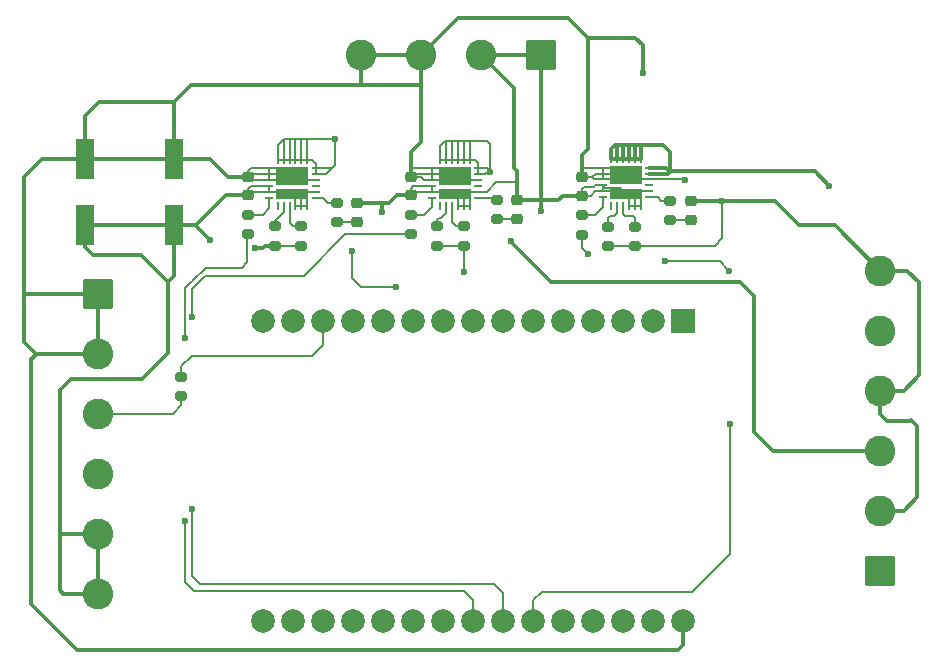
<source format=gbr>
%TF.GenerationSoftware,KiCad,Pcbnew,9.0.6*%
%TF.CreationDate,2025-12-30T05:11:15+05:30*%
%TF.ProjectId,UPS_Switch,5550535f-5377-4697-9463-682e6b696361,rev?*%
%TF.SameCoordinates,Original*%
%TF.FileFunction,Copper,L1,Top*%
%TF.FilePolarity,Positive*%
%FSLAX46Y46*%
G04 Gerber Fmt 4.6, Leading zero omitted, Abs format (unit mm)*
G04 Created by KiCad (PCBNEW 9.0.6) date 2025-12-30 05:11:15*
%MOMM*%
%LPD*%
G01*
G04 APERTURE LIST*
G04 Aperture macros list*
%AMRoundRect*
0 Rectangle with rounded corners*
0 $1 Rounding radius*
0 $2 $3 $4 $5 $6 $7 $8 $9 X,Y pos of 4 corners*
0 Add a 4 corners polygon primitive as box body*
4,1,4,$2,$3,$4,$5,$6,$7,$8,$9,$2,$3,0*
0 Add four circle primitives for the rounded corners*
1,1,$1+$1,$2,$3*
1,1,$1+$1,$4,$5*
1,1,$1+$1,$6,$7*
1,1,$1+$1,$8,$9*
0 Add four rect primitives between the rounded corners*
20,1,$1+$1,$2,$3,$4,$5,0*
20,1,$1+$1,$4,$5,$6,$7,0*
20,1,$1+$1,$6,$7,$8,$9,0*
20,1,$1+$1,$8,$9,$2,$3,0*%
G04 Aperture macros list end*
%TA.AperFunction,ComponentPad*%
%ADD10R,2.000000X2.000000*%
%TD*%
%TA.AperFunction,ComponentPad*%
%ADD11C,2.000000*%
%TD*%
%TA.AperFunction,SMDPad,CuDef*%
%ADD12RoundRect,0.200000X-0.275000X0.200000X-0.275000X-0.200000X0.275000X-0.200000X0.275000X0.200000X0*%
%TD*%
%TA.AperFunction,SMDPad,CuDef*%
%ADD13RoundRect,0.225000X-0.250000X0.225000X-0.250000X-0.225000X0.250000X-0.225000X0.250000X0.225000X0*%
%TD*%
%TA.AperFunction,SMDPad,CuDef*%
%ADD14RoundRect,0.200000X0.275000X-0.200000X0.275000X0.200000X-0.275000X0.200000X-0.275000X-0.200000X0*%
%TD*%
%TA.AperFunction,SMDPad,CuDef*%
%ADD15R,0.787400X0.228600*%
%TD*%
%TA.AperFunction,SMDPad,CuDef*%
%ADD16R,0.228600X0.787400*%
%TD*%
%TA.AperFunction,SMDPad,CuDef*%
%ADD17R,2.794000X1.549400*%
%TD*%
%TA.AperFunction,SMDPad,CuDef*%
%ADD18R,2.794000X0.939800*%
%TD*%
%TA.AperFunction,ComponentPad*%
%ADD19RoundRect,0.250000X1.050000X1.050000X-1.050000X1.050000X-1.050000X-1.050000X1.050000X-1.050000X0*%
%TD*%
%TA.AperFunction,ComponentPad*%
%ADD20C,2.600000*%
%TD*%
%TA.AperFunction,SMDPad,CuDef*%
%ADD21R,1.600000X3.500000*%
%TD*%
%TA.AperFunction,SMDPad,CuDef*%
%ADD22RoundRect,0.218750X-0.256250X0.218750X-0.256250X-0.218750X0.256250X-0.218750X0.256250X0.218750X0*%
%TD*%
%TA.AperFunction,ComponentPad*%
%ADD23RoundRect,0.250000X1.050000X-1.050000X1.050000X1.050000X-1.050000X1.050000X-1.050000X-1.050000X0*%
%TD*%
%TA.AperFunction,ComponentPad*%
%ADD24RoundRect,0.250000X-1.050000X1.050000X-1.050000X-1.050000X1.050000X-1.050000X1.050000X1.050000X0*%
%TD*%
%TA.AperFunction,ViaPad*%
%ADD25C,0.600000*%
%TD*%
%TA.AperFunction,Conductor*%
%ADD26C,0.300000*%
%TD*%
%TA.AperFunction,Conductor*%
%ADD27C,0.200000*%
%TD*%
G04 APERTURE END LIST*
D10*
%TO.P,U1,1,3V3*%
%TO.N,unconnected-(U1-3V3-Pad1)*%
X90475000Y-45882500D03*
D11*
%TO.P,U1,2,GND*%
%TO.N,GND*%
X87935000Y-45882500D03*
%TO.P,U1,3,D15*%
%TO.N,unconnected-(U1-D15-Pad3)*%
X85395000Y-45882500D03*
%TO.P,U1,4,D2*%
%TO.N,unconnected-(U1-D2-Pad4)*%
X82855000Y-45882500D03*
%TO.P,U1,5,D4*%
%TO.N,unconnected-(U1-D4-Pad5)*%
X80315000Y-45882500D03*
%TO.P,U1,6,RX2*%
%TO.N,unconnected-(U1-RX2-Pad6)*%
X77775000Y-45882500D03*
%TO.P,U1,7,TX2*%
%TO.N,unconnected-(U1-TX2-Pad7)*%
X75235000Y-45882500D03*
%TO.P,U1,8,D5*%
%TO.N,unconnected-(U1-D5-Pad8)*%
X72695000Y-45882500D03*
%TO.P,U1,9,D18*%
%TO.N,unconnected-(U1-D18-Pad9)*%
X70155000Y-45882500D03*
%TO.P,U1,10,D19*%
%TO.N,unconnected-(U1-D19-Pad10)*%
X67615000Y-45882500D03*
%TO.P,U1,11,D21*%
%TO.N,unconnected-(U1-D21-Pad11)*%
X65075000Y-45882500D03*
%TO.P,U1,12,RX0*%
%TO.N,unconnected-(U1-RX0-Pad12)*%
X62535000Y-45882500D03*
%TO.P,U1,13,TX0*%
%TO.N,Net-(U1-TX0)*%
X59995000Y-45882500D03*
%TO.P,U1,14,D22*%
%TO.N,unconnected-(U1-D22-Pad14)*%
X57455000Y-45882500D03*
%TO.P,U1,15,D23*%
%TO.N,unconnected-(U1-D23-Pad15)*%
X54915000Y-45882500D03*
%TO.P,U1,30,VIN*%
%TO.N,+5V*%
X90475000Y-71282500D03*
%TO.P,U1,29,GND*%
%TO.N,GND*%
X87935000Y-71282500D03*
%TO.P,U1,28,D13*%
%TO.N,unconnected-(U1-D13-Pad28)*%
X85395000Y-71282500D03*
%TO.P,U1,27,D12*%
%TO.N,unconnected-(U1-D12-Pad27)*%
X82855000Y-71282500D03*
%TO.P,U1,26,D14*%
%TO.N,unconnected-(U1-D14-Pad26)*%
X80315000Y-71282500D03*
%TO.P,U1,25,D27*%
%TO.N,/LED_3_CTRL*%
X77775000Y-71282500D03*
%TO.P,U1,24,D26*%
%TO.N,/LED_2_CTRL*%
X75235000Y-71282500D03*
%TO.P,U1,23,D25*%
%TO.N,/LED_1_CTRL*%
X72695000Y-71282500D03*
%TO.P,U1,22,D33*%
%TO.N,unconnected-(U1-D33-Pad22)*%
X70155000Y-71282500D03*
%TO.P,U1,21,D32*%
%TO.N,unconnected-(U1-D32-Pad21)*%
X67615000Y-71282500D03*
%TO.P,U1,20,D35*%
%TO.N,unconnected-(U1-D35-Pad20)*%
X65075000Y-71282500D03*
%TO.P,U1,19,D34*%
%TO.N,unconnected-(U1-D34-Pad19)*%
X62535000Y-71282500D03*
%TO.P,U1,18,VN*%
%TO.N,unconnected-(U1-VN-Pad18)*%
X59995000Y-71282500D03*
%TO.P,U1,17,VP*%
%TO.N,unconnected-(U1-VP-Pad17)*%
X57455000Y-71282500D03*
%TO.P,U1,16,EN*%
%TO.N,unconnected-(U1-EN-Pad16)*%
X54915000Y-71282500D03*
%TD*%
D12*
%TO.P,R2,1*%
%TO.N,/LED1_ILIM*%
X55900000Y-37872500D03*
%TO.P,R2,2*%
%TO.N,GND*%
X55900000Y-39522500D03*
%TD*%
D13*
%TO.P,C3,1*%
%TO.N,+5V*%
X67400000Y-33672500D03*
%TO.P,C3,2*%
%TO.N,GND*%
X67400000Y-35222500D03*
%TD*%
D12*
%TO.P,R13,1*%
%TO.N,Net-(U1-TX0)*%
X47960000Y-50585000D03*
%TO.P,R13,2*%
%TO.N,/Motor_PWM*%
X47960000Y-52235000D03*
%TD*%
D14*
%TO.P,R9,1*%
%TO.N,Net-(D3-A)*%
X89400000Y-37337500D03*
%TO.P,R9,2*%
%TO.N,/LED3_PG*%
X89400000Y-35687500D03*
%TD*%
%TO.P,R6,1*%
%TO.N,/LED_2_CTRL*%
X67400000Y-38522500D03*
%TO.P,R6,2*%
%TO.N,/LED_2_EN*%
X67400000Y-36872500D03*
%TD*%
D15*
%TO.P,U3,1,IN*%
%TO.N,+5V*%
X69194200Y-32947500D03*
%TO.P,U3,2,IN*%
X69194200Y-33447499D03*
%TO.P,U3,3,IN*%
X69194200Y-33947500D03*
%TO.P,U3,4,GND*%
%TO.N,GND*%
X69194200Y-34447500D03*
%TO.P,U3,5,GND*%
X69194200Y-34947501D03*
%TO.P,U3,6,EN/UVLO*%
%TO.N,/LED_2_EN*%
X69194200Y-35447500D03*
D16*
%TO.P,U3,7,ITIMER*%
%TO.N,unconnected-(U3-ITIMER-Pad7)*%
X69900000Y-36153300D03*
%TO.P,U3,8,ILIM*%
%TO.N,/LED2_ILIM*%
X70399999Y-36153300D03*
%TO.P,U3,9,IMON*%
%TO.N,/LED2_IMON*%
X70900000Y-36153300D03*
%TO.P,U3,10,RETRY_DLY*%
%TO.N,GND*%
X71400000Y-36153300D03*
%TO.P,U3,11,NRETRY*%
X71900001Y-36153300D03*
%TO.P,U3,12,LDSTRT*%
X72400000Y-36153300D03*
D15*
%TO.P,U3,13,PG*%
%TO.N,/LED2_PG*%
X73105800Y-35447500D03*
%TO.P,U3,14,GND*%
%TO.N,GND*%
X73105800Y-34947501D03*
%TO.P,U3,15,DVDT*%
%TO.N,unconnected-(U3-DVDT-Pad15)*%
X73105800Y-34447500D03*
%TO.P,U3,16,IN*%
%TO.N,+5V*%
X73105800Y-33947500D03*
%TO.P,U3,17,OUT*%
%TO.N,/LED_2_VOUT*%
X73105800Y-33447499D03*
%TO.P,U3,18,OUT*%
X73105800Y-32947500D03*
D16*
%TO.P,U3,19,OUT*%
X72400000Y-32241700D03*
%TO.P,U3,20,OUT*%
X71900001Y-32241700D03*
%TO.P,U3,21,OUT*%
X71400000Y-32241700D03*
%TO.P,U3,22,OUT*%
X70900000Y-32241700D03*
%TO.P,U3,23,OUT*%
X70399999Y-32241700D03*
%TO.P,U3,24,OUT*%
X69900000Y-32241700D03*
D17*
%TO.P,U3,25,EPAD*%
%TO.N,+5V*%
X71150000Y-33572500D03*
D18*
%TO.P,U3,26,EPAD*%
%TO.N,GND*%
X71150000Y-35147500D03*
%TD*%
D12*
%TO.P,R3,1*%
%TO.N,/LED1_IMON*%
X58150000Y-37872500D03*
%TO.P,R3,2*%
%TO.N,GND*%
X58150000Y-39522500D03*
%TD*%
D19*
%TO.P,J1,1,Pin_1*%
%TO.N,GND*%
X78415000Y-23357500D03*
D20*
%TO.P,J1,2,Pin_2*%
X73335000Y-23357500D03*
%TO.P,J1,3,Pin_3*%
%TO.N,+5V*%
X68255000Y-23357500D03*
%TO.P,J1,4,Pin_4*%
X63175000Y-23357500D03*
%TD*%
D12*
%TO.P,R7,1*%
%TO.N,/LED2_ILIM*%
X69650000Y-37872500D03*
%TO.P,R7,2*%
%TO.N,GND*%
X69650000Y-39522500D03*
%TD*%
D13*
%TO.P,C4,1*%
%TO.N,+5V*%
X81900000Y-33710000D03*
%TO.P,C4,2*%
%TO.N,GND*%
X81900000Y-35260000D03*
%TD*%
D14*
%TO.P,R10,1*%
%TO.N,/LED_3_CTRL*%
X81900000Y-38560000D03*
%TO.P,R10,2*%
%TO.N,/LED_3_EN*%
X81900000Y-36910000D03*
%TD*%
D12*
%TO.P,R11,1*%
%TO.N,/LED3_ILIM*%
X84150000Y-37910000D03*
%TO.P,R11,2*%
%TO.N,GND*%
X84150000Y-39560000D03*
%TD*%
D21*
%TO.P,C2,1*%
%TO.N,+5V*%
X47385000Y-32157500D03*
%TO.P,C2,2*%
%TO.N,GND*%
X47385000Y-37757500D03*
%TD*%
D14*
%TO.P,R1,1*%
%TO.N,/LED_1_CTRL*%
X53650000Y-38522500D03*
%TO.P,R1,2*%
%TO.N,/LED_1_EN*%
X53650000Y-36872500D03*
%TD*%
D22*
%TO.P,D3,1,K*%
%TO.N,GND*%
X91150000Y-35725000D03*
%TO.P,D3,2,A*%
%TO.N,Net-(D3-A)*%
X91150000Y-37300000D03*
%TD*%
D14*
%TO.P,R5,1*%
%TO.N,Net-(D2-A)*%
X74725000Y-37272500D03*
%TO.P,R5,2*%
%TO.N,/LED2_PG*%
X74725000Y-35622500D03*
%TD*%
D21*
%TO.P,C5,1*%
%TO.N,+5V*%
X39815000Y-32157500D03*
%TO.P,C5,2*%
%TO.N,GND*%
X39815000Y-37757500D03*
%TD*%
D23*
%TO.P,J4,1,Pin_1*%
%TO.N,/LED_1_VOUT*%
X107160000Y-67010000D03*
D20*
%TO.P,J4,2,Pin_2*%
%TO.N,GND*%
X107160000Y-61930000D03*
%TO.P,J4,3,Pin_3*%
%TO.N,/LED_2_VOUT*%
X107160000Y-56850000D03*
%TO.P,J4,4,Pin_4*%
%TO.N,GND*%
X107160000Y-51770000D03*
%TO.P,J4,5,Pin_5*%
%TO.N,/LED_3_VOUT*%
X107160000Y-46690000D03*
%TO.P,J4,6,Pin_6*%
%TO.N,GND*%
X107160000Y-41610000D03*
%TD*%
D22*
%TO.P,D2,1,K*%
%TO.N,GND*%
X76400000Y-35660000D03*
%TO.P,D2,2,A*%
%TO.N,Net-(D2-A)*%
X76400000Y-37235000D03*
%TD*%
D15*
%TO.P,U2,1,IN*%
%TO.N,+5V*%
X55444200Y-32947500D03*
%TO.P,U2,2,IN*%
X55444200Y-33447499D03*
%TO.P,U2,3,IN*%
X55444200Y-33947500D03*
%TO.P,U2,4,GND*%
%TO.N,GND*%
X55444200Y-34447500D03*
%TO.P,U2,5,GND*%
X55444200Y-34947501D03*
%TO.P,U2,6,EN/UVLO*%
%TO.N,/LED_1_EN*%
X55444200Y-35447500D03*
D16*
%TO.P,U2,7,ITIMER*%
%TO.N,unconnected-(U2-ITIMER-Pad7)*%
X56150000Y-36153300D03*
%TO.P,U2,8,ILIM*%
%TO.N,/LED1_ILIM*%
X56649999Y-36153300D03*
%TO.P,U2,9,IMON*%
%TO.N,/LED1_IMON*%
X57150000Y-36153300D03*
%TO.P,U2,10,RETRY_DLY*%
%TO.N,GND*%
X57650000Y-36153300D03*
%TO.P,U2,11,NRETRY*%
X58150001Y-36153300D03*
%TO.P,U2,12,LDSTRT*%
X58650000Y-36153300D03*
D15*
%TO.P,U2,13,PG*%
%TO.N,/LED1_PG*%
X59355800Y-35447500D03*
%TO.P,U2,14,GND*%
%TO.N,GND*%
X59355800Y-34947501D03*
%TO.P,U2,15,DVDT*%
%TO.N,unconnected-(U2-DVDT-Pad15)*%
X59355800Y-34447500D03*
%TO.P,U2,16,IN*%
%TO.N,+5V*%
X59355800Y-33947500D03*
%TO.P,U2,17,OUT*%
%TO.N,/LED_1_VOUT*%
X59355800Y-33447499D03*
%TO.P,U2,18,OUT*%
X59355800Y-32947500D03*
D16*
%TO.P,U2,19,OUT*%
X58650000Y-32241700D03*
%TO.P,U2,20,OUT*%
X58150001Y-32241700D03*
%TO.P,U2,21,OUT*%
X57650000Y-32241700D03*
%TO.P,U2,22,OUT*%
X57150000Y-32241700D03*
%TO.P,U2,23,OUT*%
X56649999Y-32241700D03*
%TO.P,U2,24,OUT*%
X56150000Y-32241700D03*
D17*
%TO.P,U2,25,EPAD*%
%TO.N,+5V*%
X57400000Y-33572500D03*
D18*
%TO.P,U2,26,EPAD*%
%TO.N,GND*%
X57400000Y-35147500D03*
%TD*%
D12*
%TO.P,R12,1*%
%TO.N,/LED3_IMON*%
X86400000Y-37910000D03*
%TO.P,R12,2*%
%TO.N,GND*%
X86400000Y-39560000D03*
%TD*%
D13*
%TO.P,C1,1*%
%TO.N,+5V*%
X53650000Y-33672500D03*
%TO.P,C1,2*%
%TO.N,GND*%
X53650000Y-35222500D03*
%TD*%
D24*
%TO.P,J3,1,Pin_1*%
%TO.N,+5V*%
X40940000Y-43560000D03*
D20*
%TO.P,J3,2,Pin_2*%
X40940000Y-48640000D03*
%TO.P,J3,3,Pin_3*%
%TO.N,/Motor_PWM*%
X40940000Y-53720000D03*
%TO.P,J3,4,Pin_4*%
%TO.N,unconnected-(J3-Pin_4-Pad4)*%
X40940000Y-58800000D03*
%TO.P,J3,5,Pin_5*%
%TO.N,GND*%
X40940000Y-63880000D03*
%TO.P,J3,6,Pin_6*%
X40940000Y-68960000D03*
%TD*%
D15*
%TO.P,U4,1,IN*%
%TO.N,+5V*%
X83694200Y-32897500D03*
%TO.P,U4,2,IN*%
X83694200Y-33397499D03*
%TO.P,U4,3,IN*%
X83694200Y-33897500D03*
%TO.P,U4,4,GND*%
%TO.N,GND*%
X83694200Y-34397500D03*
%TO.P,U4,5,GND*%
X83694200Y-34897501D03*
%TO.P,U4,6,EN/UVLO*%
%TO.N,/LED_3_EN*%
X83694200Y-35397500D03*
D16*
%TO.P,U4,7,ITIMER*%
%TO.N,unconnected-(U4-ITIMER-Pad7)*%
X84400000Y-36103300D03*
%TO.P,U4,8,ILIM*%
%TO.N,/LED3_ILIM*%
X84899999Y-36103300D03*
%TO.P,U4,9,IMON*%
%TO.N,/LED3_IMON*%
X85400000Y-36103300D03*
%TO.P,U4,10,RETRY_DLY*%
%TO.N,GND*%
X85900000Y-36103300D03*
%TO.P,U4,11,NRETRY*%
X86400001Y-36103300D03*
%TO.P,U4,12,LDSTRT*%
X86900000Y-36103300D03*
D15*
%TO.P,U4,13,PG*%
%TO.N,/LED3_PG*%
X87605800Y-35397500D03*
%TO.P,U4,14,GND*%
%TO.N,GND*%
X87605800Y-34897501D03*
%TO.P,U4,15,DVDT*%
%TO.N,unconnected-(U4-DVDT-Pad15)*%
X87605800Y-34397500D03*
%TO.P,U4,16,IN*%
%TO.N,+5V*%
X87605800Y-33897500D03*
%TO.P,U4,17,OUT*%
%TO.N,/LED_3_VOUT*%
X87605800Y-33397499D03*
%TO.P,U4,18,OUT*%
X87605800Y-32897500D03*
D16*
%TO.P,U4,19,OUT*%
X86900000Y-32191700D03*
%TO.P,U4,20,OUT*%
X86400001Y-32191700D03*
%TO.P,U4,21,OUT*%
X85900000Y-32191700D03*
%TO.P,U4,22,OUT*%
X85400000Y-32191700D03*
%TO.P,U4,23,OUT*%
X84899999Y-32191700D03*
%TO.P,U4,24,OUT*%
X84400000Y-32191700D03*
D17*
%TO.P,U4,25,EPAD*%
%TO.N,+5V*%
X85650000Y-33522500D03*
D18*
%TO.P,U4,26,EPAD*%
%TO.N,GND*%
X85650000Y-35097500D03*
%TD*%
D14*
%TO.P,R4,1*%
%TO.N,Net-(D1-A)*%
X61150000Y-37522500D03*
%TO.P,R4,2*%
%TO.N,/LED1_PG*%
X61150000Y-35872500D03*
%TD*%
D22*
%TO.P,D1,1,K*%
%TO.N,GND*%
X62890000Y-35925000D03*
%TO.P,D1,2,A*%
%TO.N,Net-(D1-A)*%
X62890000Y-37500000D03*
%TD*%
D12*
%TO.P,R8,1*%
%TO.N,/LED2_IMON*%
X71900000Y-37872500D03*
%TO.P,R8,2*%
%TO.N,GND*%
X71900000Y-39522500D03*
%TD*%
D25*
%TO.N,+5V*%
X90610000Y-33900000D03*
X87050000Y-24850000D03*
%TO.N,/LED_3_CTRL*%
X94435000Y-54560000D03*
X88910000Y-40785000D03*
X82460000Y-40235000D03*
X94385000Y-41610000D03*
%TO.N,/LED_2_CTRL*%
X48885000Y-61785000D03*
X48885000Y-45560000D03*
%TO.N,/LED_1_CTRL*%
X48285000Y-62785000D03*
X48285000Y-47310000D03*
%TO.N,GND*%
X64975000Y-36627500D03*
X71900000Y-41727500D03*
X93805000Y-35727500D03*
X50405000Y-39007500D03*
X78405000Y-36527500D03*
X54225000Y-39657500D03*
%TO.N,/LED_3_VOUT*%
X102840000Y-34460000D03*
%TO.N,/LED_2_VOUT*%
X75890000Y-39100000D03*
X74130000Y-33222500D03*
%TO.N,/LED_1_VOUT*%
X66140000Y-43040000D03*
X62400000Y-39940000D03*
X61030000Y-30500000D03*
%TD*%
D26*
%TO.N,/LED_3_VOUT*%
X85400000Y-31010000D02*
X84900000Y-31010000D01*
X84899999Y-32191700D02*
X84900000Y-31010000D01*
X85900000Y-31010000D02*
X85400000Y-31010000D01*
X85400000Y-32191700D02*
X85400000Y-31010000D01*
X86400000Y-31010000D02*
X85900000Y-31010000D01*
X85900000Y-32191700D02*
X85900000Y-31010000D01*
X86900000Y-31010000D02*
X86400000Y-31010000D01*
X86400001Y-32191700D02*
X86400000Y-31010000D01*
X88780000Y-31010000D02*
X86900000Y-31010000D01*
X86900000Y-32191700D02*
X86900000Y-31010000D01*
X86400001Y-32191700D02*
X86900000Y-32191700D01*
X85900000Y-32191700D02*
X86400001Y-32191700D01*
X85400000Y-32191700D02*
X85900000Y-32191700D01*
X84899999Y-32191700D02*
X85400000Y-32191700D01*
X84400000Y-32191700D02*
X84899999Y-32191700D01*
X89340000Y-33220000D02*
X89340000Y-31570000D01*
X84400000Y-31330000D02*
X84400000Y-32191700D01*
X89340000Y-31570000D02*
X88780000Y-31010000D01*
X84900000Y-31010000D02*
X84720000Y-31010000D01*
X84720000Y-31010000D02*
X84400000Y-31330000D01*
X89340000Y-33220000D02*
X89017500Y-32897500D01*
X89017500Y-32897500D02*
X87605800Y-32897500D01*
X89340000Y-33220000D02*
X89162501Y-33397499D01*
X89162501Y-33397499D02*
X87605800Y-33397499D01*
D27*
%TO.N,+5V*%
X90610000Y-33900000D02*
X90607500Y-33897500D01*
X90607500Y-33897500D02*
X87605800Y-33897500D01*
D26*
X86427500Y-21907500D02*
X87050000Y-22530000D01*
X87050000Y-22530000D02*
X87050000Y-24850000D01*
X82445000Y-21907500D02*
X86427500Y-21907500D01*
D27*
%TO.N,/LED_3_CTRL*%
X81900000Y-39675000D02*
X82460000Y-40235000D01*
X81900000Y-38560000D02*
X81900000Y-39675000D01*
X93560000Y-40785000D02*
X94385000Y-41610000D01*
X88910000Y-40785000D02*
X93560000Y-40785000D01*
X94435000Y-54560000D02*
X94435000Y-65585000D01*
X94435000Y-65585000D02*
X91235000Y-68785000D01*
X91235000Y-68785000D02*
X78510000Y-68785000D01*
X78510000Y-68785000D02*
X77775000Y-69520000D01*
X77775000Y-69520000D02*
X77775000Y-71282500D01*
%TO.N,/LED_2_CTRL*%
X75235000Y-71282500D02*
X75235000Y-68885000D01*
X75235000Y-68885000D02*
X74485000Y-68135000D01*
X49560000Y-68135000D02*
X48885000Y-67460000D01*
X74485000Y-68135000D02*
X49560000Y-68135000D01*
X48885000Y-67460000D02*
X48885000Y-61785000D01*
X48885000Y-45560000D02*
X48885000Y-43135000D01*
X48885000Y-43135000D02*
X49985000Y-42035000D01*
X61872500Y-38522500D02*
X58360000Y-42035000D01*
X67400000Y-38522500D02*
X61872500Y-38522500D01*
X58360000Y-42035000D02*
X49985000Y-42035000D01*
X48835000Y-45560000D02*
X48885000Y-45560000D01*
%TO.N,/LED_1_CTRL*%
X48285000Y-62785000D02*
X48285000Y-67935000D01*
X48285000Y-67935000D02*
X49085000Y-68735000D01*
X49085000Y-68735000D02*
X71960000Y-68735000D01*
X71960000Y-68735000D02*
X72695000Y-69470000D01*
X72695000Y-69470000D02*
X72695000Y-71282500D01*
X48285000Y-43110000D02*
X48285000Y-47310000D01*
X48910000Y-42485000D02*
X48285000Y-43110000D01*
X53085000Y-41360000D02*
X52835000Y-41360000D01*
X50035000Y-41360000D02*
X48910000Y-42485000D01*
X53535000Y-40910000D02*
X53085000Y-41360000D01*
X53650000Y-38522500D02*
X53535000Y-38637500D01*
X53535000Y-38637500D02*
X53535000Y-40910000D01*
X52835000Y-41360000D02*
X50035000Y-41360000D01*
D26*
%TO.N,+5V*%
X40940000Y-48640000D02*
X35755000Y-48640000D01*
X35755000Y-48640000D02*
X35260000Y-49135000D01*
X35260000Y-49135000D02*
X35260000Y-69860000D01*
X35260000Y-69860000D02*
X39160000Y-73760000D01*
X39160000Y-73760000D02*
X90010000Y-73760000D01*
X90010000Y-73760000D02*
X90475000Y-73295000D01*
X90475000Y-73295000D02*
X90475000Y-71282500D01*
D27*
%TO.N,Net-(U1-TX0)*%
X47960000Y-50585000D02*
X47960000Y-49710000D01*
X47960000Y-49710000D02*
X48860000Y-48810000D01*
X48860000Y-48810000D02*
X59060000Y-48810000D01*
X59060000Y-48810000D02*
X59995000Y-47875000D01*
X59995000Y-47875000D02*
X59995000Y-45882500D01*
%TO.N,/Motor_PWM*%
X47960000Y-52235000D02*
X47960000Y-53010000D01*
X47960000Y-53010000D02*
X47250000Y-53720000D01*
X47250000Y-53720000D02*
X40940000Y-53720000D01*
D26*
%TO.N,/LED_2_VOUT*%
X96500000Y-43770000D02*
X96500000Y-55300000D01*
X95310000Y-42580000D02*
X96500000Y-43770000D01*
D27*
%TO.N,/LED_1_VOUT*%
X107100000Y-67070000D02*
X107160000Y-67010000D01*
D26*
%TO.N,GND*%
X100260000Y-37740000D02*
X103290000Y-37740000D01*
%TO.N,/LED_2_VOUT*%
X107100000Y-56910000D02*
X107160000Y-56850000D01*
X75890000Y-39100000D02*
X75890000Y-39150000D01*
X75890000Y-39150000D02*
X79320000Y-42580000D01*
X79320000Y-42580000D02*
X95310000Y-42580000D01*
X96500000Y-55300000D02*
X98110000Y-56910000D01*
X98110000Y-56910000D02*
X107100000Y-56910000D01*
%TO.N,GND*%
X93805000Y-35727500D02*
X98247500Y-35727500D01*
X98247500Y-35727500D02*
X100260000Y-37740000D01*
X103290000Y-37740000D02*
X107160000Y-41610000D01*
D27*
%TO.N,+5V*%
X83694200Y-32897500D02*
X83694200Y-33397499D01*
X85025000Y-32897500D02*
X85650000Y-33522500D01*
X57260000Y-33432500D02*
X55459199Y-33432500D01*
X53895000Y-32947500D02*
X53650000Y-33192500D01*
X68240000Y-33672500D02*
X68515000Y-33947500D01*
X83694200Y-33397499D02*
X85524999Y-33397499D01*
X53875001Y-33447499D02*
X53650000Y-33672500D01*
D26*
X36185000Y-32157500D02*
X39815000Y-32157500D01*
X40940000Y-48640000D02*
X35722500Y-48640000D01*
X68252500Y-25937500D02*
X68255000Y-25940000D01*
D27*
X57775000Y-33947500D02*
X57400000Y-33572500D01*
D26*
X67400000Y-32947500D02*
X67400000Y-31562500D01*
X34702500Y-47620000D02*
X34702500Y-43560000D01*
D27*
X69194200Y-33947500D02*
X69194200Y-33447499D01*
D26*
X81900000Y-33710000D02*
X81900000Y-32897500D01*
D27*
X68515000Y-33947500D02*
X69194200Y-33947500D01*
D26*
X41015000Y-27337500D02*
X47385000Y-27337500D01*
D27*
X67400000Y-33672500D02*
X68240000Y-33672500D01*
X71525000Y-33947500D02*
X71150000Y-33572500D01*
X55444200Y-32947500D02*
X53895000Y-32947500D01*
D26*
X81900000Y-31852500D02*
X82445000Y-31307500D01*
X47385000Y-27337500D02*
X48785000Y-25937500D01*
D27*
X85275000Y-33897500D02*
X85650000Y-33522500D01*
D26*
X39815000Y-32157500D02*
X47385000Y-32157500D01*
D27*
X71150000Y-33572500D02*
X71150000Y-33182500D01*
D26*
X35722500Y-48640000D02*
X34702500Y-47620000D01*
D27*
X82777500Y-33710000D02*
X82965000Y-33897500D01*
X87605800Y-33897500D02*
X86025000Y-33897500D01*
X71150000Y-33572500D02*
X70250000Y-33572500D01*
X71150000Y-33182500D02*
X70915000Y-32947500D01*
X69194200Y-33447499D02*
X69194200Y-32947500D01*
D26*
X68255000Y-30707500D02*
X68255000Y-25940000D01*
D27*
X53650000Y-33192500D02*
X53650000Y-33672500D01*
X55444200Y-33947500D02*
X55444200Y-33447499D01*
X73105800Y-33947500D02*
X71525000Y-33947500D01*
X70510000Y-33572500D02*
X70135000Y-33947500D01*
X55444200Y-33447499D02*
X55444200Y-32947500D01*
D26*
X47385000Y-32157500D02*
X50425000Y-32157500D01*
D27*
X67400000Y-33132500D02*
X67400000Y-33672500D01*
D26*
X81900000Y-32897500D02*
X81900000Y-31852500D01*
X63175000Y-25937500D02*
X68252500Y-25937500D01*
D27*
X70135000Y-33947500D02*
X69194200Y-33947500D01*
D26*
X47385000Y-32157500D02*
X47385000Y-27337500D01*
X63175000Y-23357500D02*
X63175000Y-25937500D01*
D27*
X85524999Y-33397499D02*
X85650000Y-33522500D01*
X83694200Y-33897500D02*
X85275000Y-33897500D01*
D26*
X71425000Y-20187500D02*
X68255000Y-23357500D01*
X40940000Y-43560000D02*
X34702500Y-43560000D01*
D27*
X83694200Y-33397499D02*
X83090001Y-33397499D01*
D26*
X80725000Y-20187500D02*
X71425000Y-20187500D01*
X39815000Y-28537500D02*
X41015000Y-27337500D01*
D27*
X55444200Y-33947500D02*
X53925000Y-33947500D01*
X69194200Y-33447499D02*
X67625001Y-33447499D01*
X83694200Y-33397499D02*
X83694200Y-33897500D01*
X81900000Y-33710000D02*
X81900000Y-33052500D01*
X70250000Y-33572500D02*
X70124999Y-33447499D01*
D26*
X68255000Y-25940000D02*
X68255000Y-23357500D01*
D27*
X81900000Y-33710000D02*
X82777500Y-33710000D01*
D26*
X39815000Y-32157500D02*
X39815000Y-28537500D01*
X63175000Y-23357500D02*
X68255000Y-23357500D01*
X34687500Y-44857500D02*
X34687500Y-33655000D01*
D27*
X70915000Y-32947500D02*
X69194200Y-32947500D01*
X71150000Y-33572500D02*
X70510000Y-33572500D01*
D26*
X82445000Y-21907500D02*
X82445000Y-31307500D01*
D27*
X55459199Y-33432500D02*
X55444200Y-33447499D01*
X69194200Y-32947500D02*
X67400000Y-32947500D01*
X67625001Y-33447499D02*
X67400000Y-33672500D01*
X83694200Y-32897500D02*
X81900000Y-32897500D01*
D26*
X67400000Y-32947500D02*
X67400000Y-33672500D01*
X34687500Y-33655000D02*
X36185000Y-32157500D01*
X50425000Y-32157500D02*
X51940000Y-33672500D01*
D27*
X70124999Y-33447499D02*
X69194200Y-33447499D01*
X86025000Y-33897500D02*
X85650000Y-33522500D01*
X57025000Y-33947500D02*
X57400000Y-33572500D01*
X55444200Y-33447499D02*
X53875001Y-33447499D01*
D26*
X51940000Y-33672500D02*
X53650000Y-33672500D01*
D27*
X83694200Y-32897500D02*
X85025000Y-32897500D01*
X57400000Y-33572500D02*
X57260000Y-33432500D01*
X53925000Y-33947500D02*
X53650000Y-33672500D01*
D26*
X48785000Y-25937500D02*
X63175000Y-25937500D01*
X40940000Y-48640000D02*
X40940000Y-43560000D01*
D27*
X55444200Y-32947500D02*
X56775000Y-32947500D01*
X82965000Y-33897500D02*
X83694200Y-33897500D01*
D26*
X82445000Y-21907500D02*
X80725000Y-20187500D01*
D27*
X59355800Y-33947500D02*
X57775000Y-33947500D01*
X83090001Y-33397499D02*
X82777500Y-33710000D01*
X55444200Y-33947500D02*
X57025000Y-33947500D01*
D26*
X67400000Y-31562500D02*
X68255000Y-30707500D01*
D27*
X56775000Y-32947500D02*
X57400000Y-33572500D01*
D26*
%TO.N,GND*%
X110460000Y-42610000D02*
X110460000Y-50470000D01*
X66260000Y-35222500D02*
X67400000Y-35222500D01*
D27*
X53924999Y-34947501D02*
X53650000Y-35222500D01*
X69194200Y-34447500D02*
X67625000Y-34447500D01*
D26*
X44550000Y-40300000D02*
X40500000Y-40300000D01*
D27*
X57925000Y-35147500D02*
X58180000Y-35402500D01*
X55444200Y-34947501D02*
X55444200Y-34447500D01*
D26*
X73335000Y-23357500D02*
X76145000Y-26167500D01*
D27*
X57400000Y-35147500D02*
X57925000Y-35147500D01*
D26*
X46862500Y-42612500D02*
X46847500Y-42597500D01*
X107700000Y-54320000D02*
X109770000Y-54320000D01*
D27*
X71900000Y-39522500D02*
X71900000Y-41727500D01*
D26*
X46862500Y-48550000D02*
X46862500Y-42612500D01*
X46847500Y-42597500D02*
X44550000Y-40300000D01*
D27*
X82120000Y-34522500D02*
X81900000Y-34742500D01*
D26*
X109770000Y-54320000D02*
X109800000Y-54290000D01*
X107160000Y-51770000D02*
X107160000Y-53780000D01*
D27*
X83694200Y-34397500D02*
X83894900Y-34598200D01*
D26*
X54225000Y-39657500D02*
X54935000Y-39657500D01*
D27*
X83694200Y-34397500D02*
X83015000Y-34397500D01*
X85900000Y-35347500D02*
X85650000Y-35097500D01*
D26*
X78405000Y-35637500D02*
X78415000Y-35627500D01*
X37982500Y-68960000D02*
X37702500Y-68680000D01*
X79872500Y-35660000D02*
X80272500Y-35260000D01*
D27*
X58650000Y-36153300D02*
X58150001Y-36153300D01*
X71150000Y-35147500D02*
X72125000Y-35147500D01*
D26*
X109800000Y-54290000D02*
X110310000Y-54800000D01*
D27*
X85900000Y-36103300D02*
X86400001Y-36103300D01*
X85150700Y-34598200D02*
X85650000Y-35097500D01*
X58150001Y-35432499D02*
X58150001Y-36153300D01*
X71150000Y-35147500D02*
X71635000Y-35147500D01*
X53650000Y-34672500D02*
X53650000Y-35222500D01*
D26*
X78405000Y-35660000D02*
X78405000Y-35637500D01*
X38612500Y-50760000D02*
X44652500Y-50760000D01*
D27*
X71900000Y-35412500D02*
X71900001Y-36153300D01*
D26*
X37702500Y-68680000D02*
X37702500Y-63880000D01*
X37682500Y-51690000D02*
X38612500Y-50760000D01*
D27*
X58150001Y-36153300D02*
X57650000Y-36153300D01*
D26*
X110460000Y-50470000D02*
X109160000Y-51770000D01*
D27*
X71150000Y-35147500D02*
X70950001Y-34947501D01*
X73105800Y-34947501D02*
X71349999Y-34947501D01*
D26*
X91152500Y-35727500D02*
X91150000Y-35725000D01*
X54935000Y-39657500D02*
X55070000Y-39522500D01*
X49155000Y-37757500D02*
X50405000Y-39007500D01*
D27*
X85900000Y-36103300D02*
X85900000Y-35347500D01*
D26*
X93805000Y-35727500D02*
X91152500Y-35727500D01*
X51770000Y-35222500D02*
X53650000Y-35222500D01*
D27*
X71400000Y-36153300D02*
X71900001Y-36153300D01*
D26*
X109160000Y-51770000D02*
X107160000Y-51770000D01*
D27*
X57200001Y-34947501D02*
X57400000Y-35147500D01*
X57650000Y-36153300D02*
X57650000Y-35397500D01*
X71265000Y-35147500D02*
X71400000Y-35282500D01*
X59355800Y-34947501D02*
X58535001Y-34947501D01*
X58535001Y-34947501D02*
X58510000Y-34922500D01*
X85450001Y-34897501D02*
X85650000Y-35097500D01*
D26*
X109150000Y-61930000D02*
X107160000Y-61930000D01*
D27*
X84150000Y-39560000D02*
X86400000Y-39560000D01*
D26*
X64975000Y-36627500D02*
X64975000Y-35925000D01*
X47385000Y-37757500D02*
X47385000Y-42060000D01*
X78415000Y-23357500D02*
X78415000Y-35627500D01*
D27*
X58180000Y-35402500D02*
X58150001Y-35432499D01*
X86400000Y-39560000D02*
X93130000Y-39560000D01*
X83694200Y-34897501D02*
X83694200Y-34397500D01*
X85849999Y-34897501D02*
X85650000Y-35097500D01*
X69650000Y-39522500D02*
X71900000Y-39522500D01*
X86190000Y-35222500D02*
X86400001Y-35432501D01*
X70950001Y-34947501D02*
X69194200Y-34947501D01*
D26*
X64975000Y-35925000D02*
X62890000Y-35925000D01*
X65557500Y-35925000D02*
X66260000Y-35222500D01*
D27*
X83014999Y-34897501D02*
X82652500Y-35260000D01*
D26*
X47385000Y-37757500D02*
X39815000Y-37757500D01*
X47385000Y-37757500D02*
X49235000Y-37757500D01*
X49235000Y-37757500D02*
X51770000Y-35222500D01*
X110310000Y-54800000D02*
X110310000Y-60770000D01*
X47385000Y-42060000D02*
X46847500Y-42597500D01*
D27*
X58650000Y-35322500D02*
X58650000Y-36153300D01*
D26*
X40940000Y-63880000D02*
X40940000Y-68960000D01*
X76145000Y-32937500D02*
X76400000Y-33192500D01*
X55070000Y-39522500D02*
X55900000Y-39522500D01*
D27*
X85650000Y-35097500D02*
X85775000Y-35222500D01*
X69194200Y-34447500D02*
X69194200Y-34947501D01*
X82652500Y-35260000D02*
X81900000Y-35260000D01*
X67400000Y-34672500D02*
X67400000Y-35222500D01*
D26*
X40940000Y-68960000D02*
X37982500Y-68960000D01*
D27*
X83694200Y-34897501D02*
X85450001Y-34897501D01*
X81900000Y-34742500D02*
X81900000Y-35260000D01*
D26*
X107160000Y-53780000D02*
X107700000Y-54320000D01*
X76400000Y-34147500D02*
X76400000Y-35660000D01*
D27*
X84394200Y-35097500D02*
X85650000Y-35097500D01*
D26*
X76400000Y-33192500D02*
X76400000Y-34147500D01*
D27*
X87605800Y-34897501D02*
X85849999Y-34897501D01*
X58475000Y-35147500D02*
X58650000Y-35322500D01*
X57650000Y-35397500D02*
X57400000Y-35147500D01*
X93130000Y-39560000D02*
X93805000Y-38885000D01*
D26*
X39815000Y-39615000D02*
X39815000Y-37757500D01*
X78405000Y-36527500D02*
X78405000Y-35660000D01*
D27*
X83894900Y-34598200D02*
X85150700Y-34598200D01*
X73105800Y-34947501D02*
X73854999Y-34947501D01*
X83015000Y-34397500D02*
X82890000Y-34522500D01*
D26*
X47385000Y-37757500D02*
X49155000Y-37757500D01*
D27*
X55444200Y-34947501D02*
X57200001Y-34947501D01*
D26*
X37702500Y-51710000D02*
X37682500Y-51690000D01*
D27*
X71400000Y-35282500D02*
X71400000Y-36153300D01*
X85650000Y-35097500D02*
X86625000Y-35097500D01*
X55444200Y-34447500D02*
X53875000Y-34447500D01*
X55444200Y-34947501D02*
X53924999Y-34947501D01*
X82890000Y-34522500D02*
X82120000Y-34522500D01*
D26*
X44652500Y-50760000D02*
X46862500Y-48550000D01*
D27*
X71635000Y-35147500D02*
X71900000Y-35412500D01*
D26*
X76400000Y-35660000D02*
X78405000Y-35660000D01*
D27*
X53875000Y-34447500D02*
X53650000Y-34672500D01*
X74655000Y-34147500D02*
X76400000Y-34147500D01*
D26*
X78405000Y-35660000D02*
X79872500Y-35660000D01*
X76145000Y-26167500D02*
X76145000Y-32937500D01*
D27*
X71150000Y-35147500D02*
X71265000Y-35147500D01*
X71349999Y-34947501D02*
X71150000Y-35147500D01*
D26*
X109460000Y-41610000D02*
X110460000Y-42610000D01*
D27*
X72125000Y-35147500D02*
X72400000Y-35422500D01*
D26*
X110310000Y-60770000D02*
X109150000Y-61930000D01*
D27*
X85775000Y-35222500D02*
X86190000Y-35222500D01*
X67674999Y-34947501D02*
X67400000Y-35222500D01*
X86400001Y-35432501D02*
X86400001Y-36103300D01*
X86900000Y-35372500D02*
X86900000Y-36103300D01*
D26*
X80272500Y-35260000D02*
X81900000Y-35260000D01*
X107160000Y-41610000D02*
X109460000Y-41610000D01*
X40500000Y-40300000D02*
X39815000Y-39615000D01*
D27*
X57400000Y-35147500D02*
X58475000Y-35147500D01*
X67625000Y-34447500D02*
X67400000Y-34672500D01*
X55900000Y-39522500D02*
X58150000Y-39522500D01*
X86400001Y-36103300D02*
X86900000Y-36103300D01*
X69194200Y-34947501D02*
X67674999Y-34947501D01*
D26*
X37702500Y-63880000D02*
X37702500Y-51710000D01*
D27*
X72400000Y-35422500D02*
X72400000Y-36153300D01*
X93805000Y-38885000D02*
X93805000Y-35727500D01*
X73854999Y-34947501D02*
X74655000Y-34147500D01*
D26*
X64975000Y-35925000D02*
X65557500Y-35925000D01*
D27*
X83694200Y-34897501D02*
X83014999Y-34897501D01*
D26*
X40940000Y-63880000D02*
X37702500Y-63880000D01*
D27*
X71900001Y-36153300D02*
X72400000Y-36153300D01*
D26*
X73335000Y-23357500D02*
X78415000Y-23357500D01*
D27*
X86625000Y-35097500D02*
X86900000Y-35372500D01*
%TO.N,Net-(D1-A)*%
X62867500Y-37522500D02*
X62890000Y-37500000D01*
X61150000Y-37522500D02*
X62867500Y-37522500D01*
%TO.N,Net-(D2-A)*%
X74725000Y-37272500D02*
X76362500Y-37272500D01*
X76362500Y-37272500D02*
X76400000Y-37235000D01*
%TO.N,Net-(D3-A)*%
X89400000Y-37337500D02*
X91112500Y-37337500D01*
X91112500Y-37337500D02*
X91150000Y-37300000D01*
D26*
%TO.N,/LED_3_VOUT*%
X101600000Y-33220000D02*
X89340000Y-33220000D01*
X102840000Y-34460000D02*
X101600000Y-33220000D01*
D27*
%TO.N,/LED_2_VOUT*%
X69900000Y-32241700D02*
X70399999Y-32241700D01*
X70330000Y-30600000D02*
X70900000Y-30600000D01*
X71400000Y-32241700D02*
X71900001Y-32241700D01*
X70900000Y-32241700D02*
X70900000Y-30600000D01*
X73105800Y-33447499D02*
X73712501Y-33447499D01*
X73105800Y-32947500D02*
X73855000Y-32947500D01*
X69900000Y-32241700D02*
X69900000Y-31030000D01*
X74130000Y-30850000D02*
X73880000Y-30600000D01*
X69900000Y-31030000D02*
X70330000Y-30600000D01*
X72400000Y-32241700D02*
X72829200Y-32241700D01*
X73105800Y-33447499D02*
X73105800Y-32947500D01*
X72400000Y-32241700D02*
X72400000Y-30600000D01*
X72829200Y-32241700D02*
X73105800Y-32518300D01*
X70900000Y-32241700D02*
X71400000Y-32241700D01*
X74130000Y-33222500D02*
X73937500Y-33222500D01*
X74130000Y-33222500D02*
X74130000Y-30850000D01*
X71400000Y-30600000D02*
X71900000Y-30600000D01*
X73880000Y-30600000D02*
X72400000Y-30600000D01*
X70900000Y-30600000D02*
X71400000Y-30600000D01*
X72400000Y-30600000D02*
X72040000Y-30600000D01*
X70399999Y-32241700D02*
X70399999Y-30669999D01*
X73937500Y-33222500D02*
X73712501Y-33447499D01*
X70399999Y-30669999D02*
X70330000Y-30600000D01*
X73105800Y-32518300D02*
X73105800Y-32947500D01*
X71900001Y-32241700D02*
X72400000Y-32241700D01*
X71900000Y-30600000D02*
X72040000Y-30600000D01*
X70399999Y-32241700D02*
X70900000Y-32241700D01*
X73855000Y-32947500D02*
X74130000Y-33222500D01*
X71900001Y-32241700D02*
X71900000Y-30600000D01*
X71400000Y-32241700D02*
X71400000Y-30600000D01*
%TO.N,/LED_1_VOUT*%
X58150001Y-32241700D02*
X58150000Y-30500000D01*
X62400000Y-42220000D02*
X63220000Y-43040000D01*
X57150000Y-32241700D02*
X57650000Y-32241700D01*
X58650000Y-32241700D02*
X59039200Y-32241700D01*
X58650000Y-32241700D02*
X58650000Y-30500000D01*
X57650000Y-32241700D02*
X57650000Y-30500000D01*
X56660000Y-30500000D02*
X57150000Y-30500000D01*
X56150000Y-32241700D02*
X56649999Y-32241700D01*
X58150000Y-30500000D02*
X58650000Y-30500000D01*
X61030000Y-32652500D02*
X60735000Y-32947500D01*
X56649999Y-30510001D02*
X56660000Y-30500000D01*
X58650000Y-30500000D02*
X61030000Y-30500000D01*
X61030000Y-30500000D02*
X61030000Y-32652500D01*
X59039200Y-32241700D02*
X59355800Y-32558300D01*
X56649999Y-32241700D02*
X57150000Y-32241700D01*
X58150001Y-32241700D02*
X58650000Y-32241700D01*
X57650000Y-32241700D02*
X58150001Y-32241700D01*
X57150000Y-32241700D02*
X57150000Y-30500000D01*
X56649999Y-32241700D02*
X56649999Y-30510001D01*
X63220000Y-43040000D02*
X66140000Y-43040000D01*
X59355800Y-32558300D02*
X59355800Y-32947500D01*
X59355800Y-33447499D02*
X59355800Y-32947500D01*
X57150000Y-30500000D02*
X57650000Y-30500000D01*
X59355800Y-33447499D02*
X60235001Y-33447499D01*
X57650000Y-30500000D02*
X58150000Y-30500000D01*
X60735000Y-32947500D02*
X60235001Y-33447499D01*
X62400000Y-39940000D02*
X62400000Y-42220000D01*
X56150000Y-32241700D02*
X56150000Y-31010000D01*
X59355800Y-32947500D02*
X60735000Y-32947500D01*
X56150000Y-31010000D02*
X56649999Y-30510001D01*
%TO.N,/LED_1_CTRL*%
X53624000Y-38548500D02*
X53650000Y-38522500D01*
%TO.N,/LED_1_EN*%
X53650000Y-36872500D02*
X54920000Y-36872500D01*
X55444200Y-36348300D02*
X55444200Y-35447500D01*
X54920000Y-36872500D02*
X55444200Y-36348300D01*
%TO.N,/LED1_ILIM*%
X56649999Y-36622501D02*
X56649999Y-36153300D01*
X55900000Y-37872500D02*
X55900000Y-37372500D01*
X55900000Y-37372500D02*
X56649999Y-36622501D01*
%TO.N,/LED1_IMON*%
X57410000Y-37872500D02*
X57150000Y-37612500D01*
X58150000Y-37872500D02*
X57410000Y-37872500D01*
X57150000Y-36153300D02*
X57150000Y-37612500D01*
%TO.N,/LED1_PG*%
X60370000Y-35872500D02*
X59945000Y-35447500D01*
X59945000Y-35447500D02*
X59355800Y-35447500D01*
X61150000Y-35872500D02*
X60370000Y-35872500D01*
%TO.N,/LED2_PG*%
X74550000Y-35447500D02*
X74725000Y-35622500D01*
X73105800Y-35447500D02*
X74550000Y-35447500D01*
%TO.N,/LED_2_EN*%
X69194200Y-36238300D02*
X69194200Y-35447500D01*
X68560000Y-36872500D02*
X69194200Y-36238300D01*
X67400000Y-36872500D02*
X68560000Y-36872500D01*
%TO.N,/LED2_ILIM*%
X69830000Y-37132500D02*
X70000000Y-37132500D01*
X70399999Y-36732501D02*
X70399999Y-36153300D01*
X70000000Y-37132500D02*
X70399999Y-36732501D01*
X69650000Y-37312500D02*
X69830000Y-37132500D01*
X69650000Y-37872500D02*
X69650000Y-37312500D01*
%TO.N,/LED2_IMON*%
X70900000Y-36153300D02*
X70900000Y-37522500D01*
X71250000Y-37872500D02*
X71900000Y-37872500D01*
X70900000Y-37522500D02*
X71250000Y-37872500D01*
%TO.N,/LED3_PG*%
X88595000Y-35687500D02*
X88305000Y-35397500D01*
X89400000Y-35687500D02*
X88595000Y-35687500D01*
X88305000Y-35397500D02*
X87605800Y-35397500D01*
%TO.N,/LED_3_EN*%
X81900000Y-36910000D02*
X83032500Y-36910000D01*
X83032500Y-36910000D02*
X83694200Y-36248300D01*
X83694200Y-36248300D02*
X83694200Y-35397500D01*
%TO.N,/LED3_ILIM*%
X84150000Y-37192500D02*
X84320000Y-37022500D01*
X84320000Y-37022500D02*
X84640000Y-37022500D01*
X84150000Y-37910000D02*
X84150000Y-37192500D01*
X84899999Y-36762501D02*
X84899999Y-36103300D01*
X84640000Y-37022500D02*
X84899999Y-36762501D01*
%TO.N,/LED3_IMON*%
X86400000Y-37192500D02*
X86200000Y-36992500D01*
X86200000Y-36992500D02*
X85590000Y-36992500D01*
X85400000Y-36802500D02*
X85400000Y-36103300D01*
X86400000Y-37910000D02*
X86400000Y-37192500D01*
X85590000Y-36992500D02*
X85400000Y-36802500D01*
%TD*%
M02*

</source>
